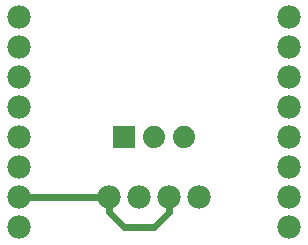
<source format=gbl>
G04 MADE WITH FRITZING*
G04 WWW.FRITZING.ORG*
G04 DOUBLE SIDED*
G04 HOLES PLATED*
G04 CONTOUR ON CENTER OF CONTOUR VECTOR*
%ASAXBY*%
%FSLAX23Y23*%
%MOIN*%
%OFA0B0*%
%SFA1.0B1.0*%
%ADD10C,0.074000*%
%ADD11C,0.078000*%
%ADD12C,0.024000*%
%ADD13R,0.001000X0.001000*%
%LNCOPPER0*%
G90*
G70*
G54D10*
X418Y382D03*
X518Y382D03*
X618Y382D03*
G54D11*
X368Y183D03*
X468Y183D03*
X568Y183D03*
X668Y183D03*
X68Y82D03*
X68Y182D03*
X68Y282D03*
X68Y382D03*
X68Y482D03*
X68Y582D03*
X68Y682D03*
X68Y782D03*
X968Y782D03*
X968Y682D03*
X968Y582D03*
X968Y482D03*
X968Y382D03*
X968Y282D03*
X968Y182D03*
X968Y82D03*
G54D12*
X98Y182D02*
X338Y183D01*
D02*
X368Y132D02*
X368Y152D01*
D02*
X518Y82D02*
X418Y82D01*
D02*
X418Y82D02*
X368Y132D01*
D02*
X568Y132D02*
X518Y82D01*
D02*
X568Y152D02*
X568Y132D01*
G54D13*
X381Y420D02*
X454Y420D01*
X381Y419D02*
X454Y419D01*
X381Y418D02*
X454Y418D01*
X381Y417D02*
X454Y417D01*
X381Y416D02*
X454Y416D01*
X381Y415D02*
X454Y415D01*
X381Y414D02*
X454Y414D01*
X381Y413D02*
X454Y413D01*
X381Y412D02*
X454Y412D01*
X381Y411D02*
X454Y411D01*
X381Y410D02*
X454Y410D01*
X381Y409D02*
X454Y409D01*
X381Y408D02*
X454Y408D01*
X381Y407D02*
X454Y407D01*
X381Y406D02*
X454Y406D01*
X381Y405D02*
X454Y405D01*
X381Y404D02*
X454Y404D01*
X381Y403D02*
X414Y403D01*
X420Y403D02*
X454Y403D01*
X381Y402D02*
X410Y402D01*
X424Y402D02*
X454Y402D01*
X381Y401D02*
X408Y401D01*
X426Y401D02*
X454Y401D01*
X381Y400D02*
X406Y400D01*
X428Y400D02*
X454Y400D01*
X381Y399D02*
X404Y399D01*
X430Y399D02*
X454Y399D01*
X381Y398D02*
X403Y398D01*
X431Y398D02*
X454Y398D01*
X381Y397D02*
X402Y397D01*
X432Y397D02*
X454Y397D01*
X381Y396D02*
X401Y396D01*
X433Y396D02*
X454Y396D01*
X381Y395D02*
X401Y395D01*
X433Y395D02*
X454Y395D01*
X381Y394D02*
X400Y394D01*
X434Y394D02*
X454Y394D01*
X381Y393D02*
X399Y393D01*
X435Y393D02*
X454Y393D01*
X381Y392D02*
X399Y392D01*
X435Y392D02*
X454Y392D01*
X381Y391D02*
X398Y391D01*
X436Y391D02*
X454Y391D01*
X381Y390D02*
X398Y390D01*
X436Y390D02*
X454Y390D01*
X381Y389D02*
X398Y389D01*
X436Y389D02*
X454Y389D01*
X381Y388D02*
X397Y388D01*
X437Y388D02*
X454Y388D01*
X381Y387D02*
X397Y387D01*
X437Y387D02*
X454Y387D01*
X381Y386D02*
X397Y386D01*
X437Y386D02*
X454Y386D01*
X381Y385D02*
X397Y385D01*
X437Y385D02*
X454Y385D01*
X381Y384D02*
X397Y384D01*
X437Y384D02*
X454Y384D01*
X381Y383D02*
X397Y383D01*
X437Y383D02*
X454Y383D01*
X381Y382D02*
X397Y382D01*
X437Y382D02*
X454Y382D01*
X381Y381D02*
X397Y381D01*
X437Y381D02*
X454Y381D01*
X381Y380D02*
X397Y380D01*
X437Y380D02*
X454Y380D01*
X381Y379D02*
X397Y379D01*
X437Y379D02*
X454Y379D01*
X381Y378D02*
X398Y378D01*
X436Y378D02*
X454Y378D01*
X381Y377D02*
X398Y377D01*
X436Y377D02*
X454Y377D01*
X381Y376D02*
X398Y376D01*
X436Y376D02*
X454Y376D01*
X381Y375D02*
X399Y375D01*
X435Y375D02*
X454Y375D01*
X381Y374D02*
X399Y374D01*
X435Y374D02*
X454Y374D01*
X381Y373D02*
X400Y373D01*
X434Y373D02*
X454Y373D01*
X381Y372D02*
X401Y372D01*
X433Y372D02*
X454Y372D01*
X381Y371D02*
X402Y371D01*
X433Y371D02*
X454Y371D01*
X381Y370D02*
X402Y370D01*
X432Y370D02*
X454Y370D01*
X381Y369D02*
X403Y369D01*
X431Y369D02*
X454Y369D01*
X381Y368D02*
X405Y368D01*
X429Y368D02*
X454Y368D01*
X381Y367D02*
X406Y367D01*
X428Y367D02*
X454Y367D01*
X381Y366D02*
X408Y366D01*
X426Y366D02*
X454Y366D01*
X381Y365D02*
X410Y365D01*
X424Y365D02*
X454Y365D01*
X381Y364D02*
X416Y364D01*
X418Y364D02*
X454Y364D01*
X381Y363D02*
X454Y363D01*
X381Y362D02*
X454Y362D01*
X381Y361D02*
X454Y361D01*
X381Y360D02*
X454Y360D01*
X381Y359D02*
X454Y359D01*
X381Y358D02*
X454Y358D01*
X381Y357D02*
X454Y357D01*
X381Y356D02*
X454Y356D01*
X381Y355D02*
X454Y355D01*
X381Y354D02*
X454Y354D01*
X381Y353D02*
X454Y353D01*
X381Y352D02*
X454Y352D01*
X381Y351D02*
X454Y351D01*
X381Y350D02*
X454Y350D01*
X381Y349D02*
X454Y349D01*
X381Y348D02*
X454Y348D01*
X381Y347D02*
X453Y347D01*
D02*
G04 End of Copper0*
M02*
</source>
